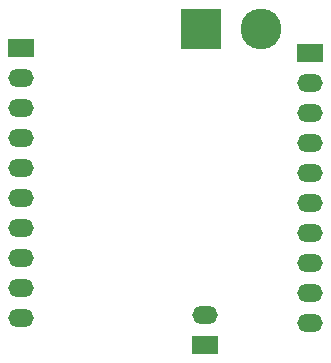
<source format=gbl>
%FSTAX24Y24*%
%MOIN*%
G70*
G01*
G75*
G04 Layer_Physical_Order=2*
G04 Layer_Color=16711680*
%ADD10R,0.0550X0.0500*%
%ADD11R,0.1030X0.0240*%
%ADD12C,0.0150*%
%ADD13C,0.0500*%
%ADD14C,0.0400*%
%ADD15C,0.0300*%
%ADD16C,0.0071*%
%ADD17O,0.0850X0.0600*%
%ADD18R,0.0850X0.0600*%
%ADD19R,0.1360X0.1360*%
%ADD20C,0.1360*%
D17*
X03295Y0255D02*
D03*
X0268Y0274D02*
D03*
X0268Y0284D02*
D03*
Y0334D02*
D03*
Y0324D02*
D03*
Y0314D02*
D03*
Y0304D02*
D03*
Y0294D02*
D03*
Y0264D02*
D03*
Y0254D02*
D03*
X03645Y02725D02*
D03*
X03645Y02825D02*
D03*
Y03325D02*
D03*
Y03225D02*
D03*
Y03125D02*
D03*
Y03025D02*
D03*
Y02925D02*
D03*
Y02625D02*
D03*
Y02525D02*
D03*
D18*
X03295Y0245D02*
D03*
X0268Y0344D02*
D03*
X03645Y03425D02*
D03*
D19*
X0328Y03505D02*
D03*
D20*
X0348D02*
D03*
M02*

</source>
